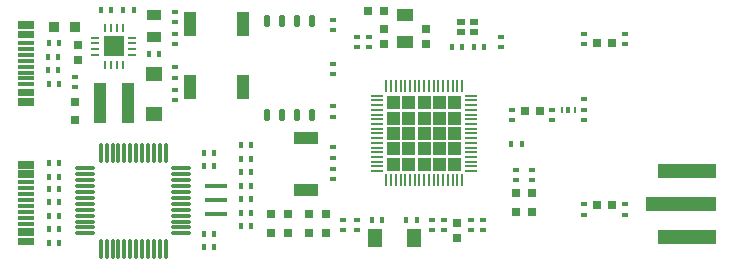
<source format=gtp>
G04*
G04 #@! TF.GenerationSoftware,Altium Limited,Altium Designer,21.1.1 (26)*
G04*
G04 Layer_Color=8421504*
%FSLAX25Y25*%
%MOIN*%
G70*
G04*
G04 #@! TF.SameCoordinates,D03CA9B7-62B2-491D-8750-CE627D1449E0*
G04*
G04*
G04 #@! TF.FilePolarity,Positive*
G04*
G01*
G75*
%ADD23R,0.01575X0.01968*%
%ADD24O,0.07087X0.01100*%
%ADD25O,0.01100X0.07087*%
%ADD26R,0.01968X0.01575*%
%ADD27R,0.00100X0.00100*%
%ADD28R,0.04000X0.00800*%
%ADD29R,0.00800X0.04000*%
%ADD30R,0.03000X0.03000*%
%ADD31R,0.04134X0.07874*%
%ADD32R,0.02500X0.03000*%
%ADD33R,0.07874X0.04134*%
G04:AMPARAMS|DCode=34|XSize=39.37mil|YSize=17.72mil|CornerRadius=4.43mil|HoleSize=0mil|Usage=FLASHONLY|Rotation=270.000|XOffset=0mil|YOffset=0mil|HoleType=Round|Shape=RoundedRectangle|*
%AMROUNDEDRECTD34*
21,1,0.03937,0.00886,0,0,270.0*
21,1,0.03051,0.01772,0,0,270.0*
1,1,0.00886,-0.00443,-0.01526*
1,1,0.00886,-0.00443,0.01526*
1,1,0.00886,0.00443,0.01526*
1,1,0.00886,0.00443,-0.01526*
%
%ADD34ROUNDEDRECTD34*%
%ADD35R,0.05000X0.03500*%
%ADD36R,0.02953X0.02362*%
%ADD37R,0.05500X0.04000*%
%ADD38R,0.03000X0.03000*%
%ADD39R,0.03150X0.02953*%
%ADD40R,0.00984X0.03150*%
%ADD41R,0.03150X0.00984*%
%ADD42R,0.06693X0.06693*%
%ADD43R,0.03858X0.13386*%
%ADD44R,0.05512X0.04724*%
%ADD45R,0.03500X0.03500*%
%ADD46R,0.01102X0.02165*%
%ADD47R,0.01575X0.02362*%
%ADD48R,0.03000X0.02500*%
%ADD49R,0.23622X0.04724*%
%ADD50R,0.19685X0.04724*%
%ADD51R,0.05709X0.01181*%
%ADD52R,0.04724X0.05906*%
G04:AMPARAMS|DCode=53|XSize=15.75mil|YSize=74.8mil|CornerRadius=3.94mil|HoleSize=0mil|Usage=FLASHONLY|Rotation=90.000|XOffset=0mil|YOffset=0mil|HoleType=Round|Shape=RoundedRectangle|*
%AMROUNDEDRECTD53*
21,1,0.01575,0.06693,0,0,90.0*
21,1,0.00787,0.07480,0,0,90.0*
1,1,0.00787,0.03347,0.00394*
1,1,0.00787,0.03347,-0.00394*
1,1,0.00787,-0.03347,-0.00394*
1,1,0.00787,-0.03347,0.00394*
%
%ADD53ROUNDEDRECTD53*%
G36*
X501906Y383074D02*
X497574D01*
Y387406D01*
X501906D01*
Y383074D01*
D02*
G37*
G36*
X496786D02*
X492454D01*
Y387406D01*
X496786D01*
Y383074D01*
D02*
G37*
G36*
X491666D02*
X487334D01*
Y387406D01*
X491666D01*
Y383074D01*
D02*
G37*
G36*
X486546D02*
X482214D01*
Y387406D01*
X486546D01*
Y383074D01*
D02*
G37*
G36*
X481426D02*
X477094D01*
Y387406D01*
X481426D01*
Y383074D01*
D02*
G37*
G36*
X501906Y377954D02*
X497574D01*
Y382286D01*
X501906D01*
Y377954D01*
D02*
G37*
G36*
X496786D02*
X492454D01*
Y382286D01*
X496786D01*
Y377954D01*
D02*
G37*
G36*
X491666D02*
X487334D01*
Y382286D01*
X491666D01*
Y377954D01*
D02*
G37*
G36*
X486546D02*
X482214D01*
Y382286D01*
X486546D01*
Y377954D01*
D02*
G37*
G36*
X481426D02*
X477094D01*
Y382286D01*
X481426D01*
Y377954D01*
D02*
G37*
G36*
X501906Y372834D02*
X497574D01*
Y377166D01*
X501906D01*
Y372834D01*
D02*
G37*
G36*
X496786D02*
X492454D01*
Y377166D01*
X496786D01*
Y372834D01*
D02*
G37*
G36*
X491666D02*
X487334D01*
Y377166D01*
X491666D01*
Y372834D01*
D02*
G37*
G36*
X486546D02*
X482214D01*
Y377166D01*
X486546D01*
Y372834D01*
D02*
G37*
G36*
X481426D02*
X477094D01*
Y377166D01*
X481426D01*
Y372834D01*
D02*
G37*
G36*
X501906Y367714D02*
X497574D01*
Y372046D01*
X501906D01*
Y367714D01*
D02*
G37*
G36*
X496786D02*
X492454D01*
Y372046D01*
X496786D01*
Y367714D01*
D02*
G37*
G36*
X491666D02*
X487334D01*
Y372046D01*
X491666D01*
Y367714D01*
D02*
G37*
G36*
X486546D02*
X482214D01*
Y372046D01*
X486546D01*
Y367714D01*
D02*
G37*
G36*
X481426D02*
X477094D01*
Y372046D01*
X481426D01*
Y367714D01*
D02*
G37*
G36*
X501906Y362594D02*
X497574D01*
Y366926D01*
X501906D01*
Y362594D01*
D02*
G37*
G36*
X496786D02*
X492454D01*
Y366926D01*
X496786D01*
Y362594D01*
D02*
G37*
G36*
X491666D02*
X487334D01*
Y366926D01*
X491666D01*
Y362594D01*
D02*
G37*
G36*
X486546D02*
X482214D01*
Y366926D01*
X486546D01*
Y362594D01*
D02*
G37*
G36*
X481426D02*
X477094D01*
Y366926D01*
X481426D01*
Y362594D01*
D02*
G37*
D23*
X431847Y348500D02*
D03*
X428500D02*
D03*
Y366500D02*
D03*
X431847D02*
D03*
X367869Y365000D02*
D03*
X364327Y365000D02*
D03*
X367771Y356500D02*
D03*
X364425D02*
D03*
X367771Y343000D02*
D03*
X364425D02*
D03*
X367771Y360500D02*
D03*
X364425D02*
D03*
Y391500D02*
D03*
X367771D02*
D03*
X367869Y338500D02*
D03*
X364327Y338500D02*
D03*
X367771Y352000D02*
D03*
X364425D02*
D03*
Y347500D02*
D03*
X367771D02*
D03*
X506000Y403926D02*
D03*
X509543Y403925D02*
D03*
X502271Y403926D02*
D03*
X498728Y403926D02*
D03*
X397654Y401500D02*
D03*
X401000D02*
D03*
X385271Y416000D02*
D03*
X381728Y416000D02*
D03*
X389229Y416000D02*
D03*
X392772Y416000D02*
D03*
X518500Y371500D02*
D03*
X522043Y371500D02*
D03*
X475500Y346075D02*
D03*
X471957Y346075D02*
D03*
X483457Y346075D02*
D03*
X487000Y346074D02*
D03*
X415981Y368500D02*
D03*
X419524Y368500D02*
D03*
X367575Y400500D02*
D03*
X364229D02*
D03*
X367575Y396000D02*
D03*
X364229D02*
D03*
X419328Y341500D02*
D03*
X415981D02*
D03*
X364425Y405000D02*
D03*
X367771D02*
D03*
X419328Y337000D02*
D03*
X415981D02*
D03*
X428500Y344000D02*
D03*
X431847D02*
D03*
X428500Y362000D02*
D03*
X431847D02*
D03*
X428500Y371000D02*
D03*
X431847D02*
D03*
X428500Y353000D02*
D03*
X431847D02*
D03*
X428500Y357500D02*
D03*
X431847D02*
D03*
X419328Y364000D02*
D03*
X415981D02*
D03*
D24*
X408545Y341673D02*
D03*
Y343642D02*
D03*
Y345610D02*
D03*
Y347579D02*
D03*
Y349547D02*
D03*
Y351516D02*
D03*
Y353484D02*
D03*
Y355453D02*
D03*
Y357421D02*
D03*
Y359390D02*
D03*
Y361358D02*
D03*
Y363327D02*
D03*
X376455D02*
D03*
Y361358D02*
D03*
Y359390D02*
D03*
Y357421D02*
D03*
Y355453D02*
D03*
Y353484D02*
D03*
Y351516D02*
D03*
Y349547D02*
D03*
Y347579D02*
D03*
Y345610D02*
D03*
Y343642D02*
D03*
Y341673D02*
D03*
D25*
X403327Y368545D02*
D03*
X401358D02*
D03*
X399390D02*
D03*
X397421D02*
D03*
X395453D02*
D03*
X393484D02*
D03*
X391516D02*
D03*
X389547D02*
D03*
X387579D02*
D03*
X385610D02*
D03*
X383642D02*
D03*
X381673D02*
D03*
Y336455D02*
D03*
X383642D02*
D03*
X385610D02*
D03*
X387579D02*
D03*
X389547D02*
D03*
X391516D02*
D03*
X393484D02*
D03*
X395453D02*
D03*
X397421D02*
D03*
X399390D02*
D03*
X401358D02*
D03*
X403327D02*
D03*
D26*
X406500Y404654D02*
D03*
Y408000D02*
D03*
X509000Y342728D02*
D03*
X509000Y346271D02*
D03*
X492000D02*
D03*
Y342925D02*
D03*
X496000Y346271D02*
D03*
Y342925D02*
D03*
X459000Y398227D02*
D03*
Y394880D02*
D03*
X373000Y393847D02*
D03*
Y390500D02*
D03*
X467000Y403729D02*
D03*
X467000Y407272D02*
D03*
X515000Y403729D02*
D03*
X515000Y407272D02*
D03*
X471000Y403729D02*
D03*
X471000Y407272D02*
D03*
X505000Y346271D02*
D03*
X505000Y342728D02*
D03*
X520000Y362846D02*
D03*
Y359500D02*
D03*
X525500Y362846D02*
D03*
Y359500D02*
D03*
X406500Y389500D02*
D03*
Y386154D02*
D03*
X542900Y386500D02*
D03*
X542900Y382957D02*
D03*
X542900Y347957D02*
D03*
X542901Y351500D02*
D03*
X542900Y408271D02*
D03*
X542900Y404728D02*
D03*
X462500Y346271D02*
D03*
X462500Y342728D02*
D03*
X467000Y346271D02*
D03*
X467000Y342728D02*
D03*
X459000Y380457D02*
D03*
X459000Y384000D02*
D03*
X406500Y415543D02*
D03*
X406500Y412000D02*
D03*
X406500Y397043D02*
D03*
X406500Y393500D02*
D03*
X459000Y370500D02*
D03*
X459000Y366957D02*
D03*
X518799Y379357D02*
D03*
X518800Y382900D02*
D03*
X532199Y379357D02*
D03*
X532200Y382900D02*
D03*
X556500Y408271D02*
D03*
X556500Y404728D02*
D03*
X542900Y379357D02*
D03*
X542900Y382900D02*
D03*
X556500Y347957D02*
D03*
X556501Y351500D02*
D03*
X459000Y412847D02*
D03*
Y409500D02*
D03*
Y363000D02*
D03*
Y359653D02*
D03*
D27*
X489500Y375000D02*
D03*
D28*
X473850Y362402D02*
D03*
Y363976D02*
D03*
Y365551D02*
D03*
Y367126D02*
D03*
Y368701D02*
D03*
Y370276D02*
D03*
Y371850D02*
D03*
Y373425D02*
D03*
Y375000D02*
D03*
Y376575D02*
D03*
Y378150D02*
D03*
Y379724D02*
D03*
Y381299D02*
D03*
Y382874D02*
D03*
Y384449D02*
D03*
Y386024D02*
D03*
Y387598D02*
D03*
X505150D02*
D03*
Y386024D02*
D03*
Y384449D02*
D03*
Y382874D02*
D03*
Y381299D02*
D03*
Y379724D02*
D03*
Y378150D02*
D03*
Y376575D02*
D03*
Y375000D02*
D03*
Y373425D02*
D03*
Y371850D02*
D03*
Y370276D02*
D03*
Y368701D02*
D03*
Y367126D02*
D03*
Y365551D02*
D03*
Y363976D02*
D03*
Y362402D02*
D03*
D29*
X476902Y390650D02*
D03*
X478476D02*
D03*
X480051D02*
D03*
X481626D02*
D03*
X483201D02*
D03*
X484776D02*
D03*
X486350D02*
D03*
X487925D02*
D03*
X489500D02*
D03*
X491075D02*
D03*
X492650D02*
D03*
X494224D02*
D03*
X495799D02*
D03*
X497374D02*
D03*
X498949D02*
D03*
X500524D02*
D03*
X502098D02*
D03*
Y359350D02*
D03*
X500524D02*
D03*
X498949D02*
D03*
X497374D02*
D03*
X495799D02*
D03*
X494224D02*
D03*
X492650D02*
D03*
X491075D02*
D03*
X489500D02*
D03*
X487925D02*
D03*
X486350D02*
D03*
X484776D02*
D03*
X483201D02*
D03*
X481626D02*
D03*
X480051D02*
D03*
X478476D02*
D03*
X476902D02*
D03*
D30*
X476000Y415800D02*
D03*
X470882D02*
D03*
D31*
X411480Y390500D02*
D03*
X429000D02*
D03*
Y411500D02*
D03*
X411480D02*
D03*
D32*
X500500Y345246D02*
D03*
Y340246D02*
D03*
D33*
X450000Y373520D02*
D03*
Y356000D02*
D03*
D34*
X452000Y412500D02*
D03*
X447000D02*
D03*
X442000D02*
D03*
X437000D02*
D03*
X452000Y381004D02*
D03*
X447000D02*
D03*
X442000D02*
D03*
X437000D02*
D03*
D35*
X399500Y407000D02*
D03*
Y414480D02*
D03*
D36*
X501933Y408925D02*
D03*
X506067D02*
D03*
Y412075D02*
D03*
X501933D02*
D03*
D37*
X483000Y405354D02*
D03*
Y414354D02*
D03*
D38*
X490000Y404813D02*
D03*
Y409931D02*
D03*
X374000Y404500D02*
D03*
Y399382D02*
D03*
X476001Y404813D02*
D03*
Y409931D02*
D03*
D39*
X525500Y355000D02*
D03*
Y348898D02*
D03*
X520000Y355000D02*
D03*
Y348898D02*
D03*
X444000Y348000D02*
D03*
Y341898D02*
D03*
X438500Y348000D02*
D03*
Y341898D02*
D03*
X373000Y385500D02*
D03*
Y379398D02*
D03*
X451200Y347979D02*
D03*
Y341876D02*
D03*
X456700Y347979D02*
D03*
Y341876D02*
D03*
D40*
X383047Y397799D02*
D03*
X385016D02*
D03*
X386984D02*
D03*
X388953D02*
D03*
Y410001D02*
D03*
X386984D02*
D03*
X385016D02*
D03*
X383047D02*
D03*
D41*
X392101Y401047D02*
D03*
Y403016D02*
D03*
Y404984D02*
D03*
Y406953D02*
D03*
X379899D02*
D03*
Y404984D02*
D03*
Y403016D02*
D03*
Y401047D02*
D03*
D42*
X386000Y404000D02*
D03*
D43*
X390831Y385000D02*
D03*
X381500D02*
D03*
D44*
X399500Y394693D02*
D03*
Y381307D02*
D03*
D45*
X366000Y410500D02*
D03*
X373000D02*
D03*
D46*
X539705Y382900D02*
D03*
X535295D02*
D03*
D47*
X537500Y382900D02*
D03*
D48*
X523000Y382600D02*
D03*
X528000D02*
D03*
X547200Y405100D02*
D03*
X552200D02*
D03*
X547200Y351100D02*
D03*
X552200D02*
D03*
D49*
X575000Y351500D02*
D03*
D50*
X576968Y362524D02*
D03*
Y340476D02*
D03*
D51*
X356784Y391360D02*
D03*
Y393329D02*
D03*
Y405140D02*
D03*
Y403171D02*
D03*
Y397266D02*
D03*
Y399234D02*
D03*
Y401203D02*
D03*
Y395297D02*
D03*
Y389195D02*
D03*
Y388014D02*
D03*
Y407305D02*
D03*
Y408486D02*
D03*
Y384864D02*
D03*
Y386045D02*
D03*
Y410455D02*
D03*
Y411636D02*
D03*
Y344860D02*
D03*
Y346829D02*
D03*
Y358640D02*
D03*
Y356671D02*
D03*
Y350766D02*
D03*
Y352734D02*
D03*
Y354703D02*
D03*
Y348797D02*
D03*
Y342695D02*
D03*
Y341514D02*
D03*
Y360805D02*
D03*
Y361986D02*
D03*
Y338364D02*
D03*
Y339545D02*
D03*
Y363955D02*
D03*
Y365136D02*
D03*
D52*
X473000Y340000D02*
D03*
X485992D02*
D03*
D53*
X420000Y357500D02*
D03*
Y352776D02*
D03*
Y348051D02*
D03*
M02*

</source>
